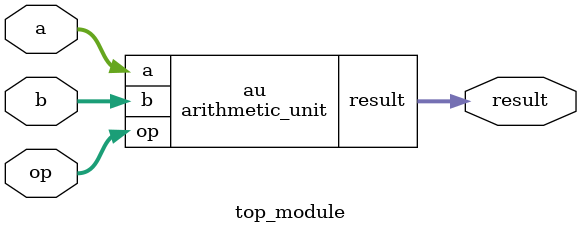
<source format=v>
module arithmetic_unit(
    input [15:0] a,
    input [15:0] b,
    input [1:0] op,
    output [31:0] result
);

    wire [15:0] sum;
    wire [15:0] diff;
    wire [15:0] and_result;

    assign sum = a + b;
    assign diff = a - b;
    assign and_result = a & b;

    // Priority Encoder to select operation based on op input
    wire [1:0] op_priority;
    assign op_priority = op == 2'b10 ? 2'b10 : op == 2'b01 ? 2'b01 : 2'b00;

    // Multiplexer to select appropriate operation
    wire [31:0] mux_result;
    assign mux_result = op_priority == 2'b10 ? {16'd0, and_result} : op_priority == 2'b01 ? {16'd0, diff} : {16'd0, sum};

    // Output result
    assign result = mux_result;

endmodule

module top_module(
    input [15:0] a,
    input [15:0] b,
    input [1:0] op,
    output [31:0] result
);

    arithmetic_unit au(
        .a(a),
        .b(b),
        .op(op),
        .result(result)
    );

endmodule
</source>
